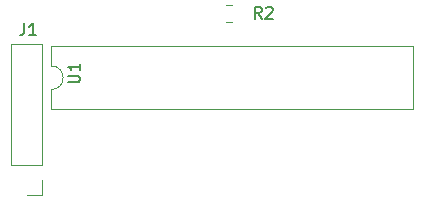
<source format=gto>
G04 #@! TF.GenerationSoftware,KiCad,Pcbnew,5.0.2+dfsg1-1*
G04 #@! TF.CreationDate,2019-11-26T12:37:51+03:00*
G04 #@! TF.ProjectId,disp,64697370-2e6b-4696-9361-645f70636258,rev?*
G04 #@! TF.SameCoordinates,Original*
G04 #@! TF.FileFunction,Legend,Top*
G04 #@! TF.FilePolarity,Positive*
%FSLAX46Y46*%
G04 Gerber Fmt 4.6, Leading zero omitted, Abs format (unit mm)*
G04 Created by KiCad (PCBNEW 5.0.2+dfsg1-1) date Вт 26 ноя 2019 12:37:51*
%MOMM*%
%LPD*%
G01*
G04 APERTURE LIST*
%ADD10C,0.120000*%
%ADD11C,0.150000*%
G04 APERTURE END LIST*
D10*
G04 #@! TO.C,J1*
X126806000Y-70806000D02*
X124146000Y-70806000D01*
X126806000Y-81026000D02*
X126806000Y-70806000D01*
X124146000Y-81026000D02*
X124146000Y-70806000D01*
X126806000Y-81026000D02*
X124146000Y-81026000D01*
X126806000Y-82296000D02*
X126806000Y-83626000D01*
X126806000Y-83626000D02*
X125476000Y-83626000D01*
G04 #@! TO.C,R2*
X142368748Y-67489000D02*
X142891252Y-67489000D01*
X142368748Y-68909000D02*
X142891252Y-68909000D01*
G04 #@! TO.C,U1*
X127575000Y-72660000D02*
G75*
G02X127575000Y-74660000I0J-1000000D01*
G01*
X127575000Y-74660000D02*
X127575000Y-76310000D01*
X127575000Y-76310000D02*
X158175000Y-76310000D01*
X158175000Y-76310000D02*
X158175000Y-71010000D01*
X158175000Y-71010000D02*
X127575000Y-71010000D01*
X127575000Y-71010000D02*
X127575000Y-72660000D01*
G04 #@! TO.C,J1*
D11*
X125269666Y-69048380D02*
X125269666Y-69762666D01*
X125222047Y-69905523D01*
X125126809Y-70000761D01*
X124983952Y-70048380D01*
X124888714Y-70048380D01*
X126269666Y-70048380D02*
X125698238Y-70048380D01*
X125983952Y-70048380D02*
X125983952Y-69048380D01*
X125888714Y-69191238D01*
X125793476Y-69286476D01*
X125698238Y-69334095D01*
G04 #@! TO.C,R2*
X145375333Y-68651380D02*
X145042000Y-68175190D01*
X144803904Y-68651380D02*
X144803904Y-67651380D01*
X145184857Y-67651380D01*
X145280095Y-67699000D01*
X145327714Y-67746619D01*
X145375333Y-67841857D01*
X145375333Y-67984714D01*
X145327714Y-68079952D01*
X145280095Y-68127571D01*
X145184857Y-68175190D01*
X144803904Y-68175190D01*
X145756285Y-67746619D02*
X145803904Y-67699000D01*
X145899142Y-67651380D01*
X146137238Y-67651380D01*
X146232476Y-67699000D01*
X146280095Y-67746619D01*
X146327714Y-67841857D01*
X146327714Y-67937095D01*
X146280095Y-68079952D01*
X145708666Y-68651380D01*
X146327714Y-68651380D01*
G04 #@! TO.C,U1*
X128992380Y-74040904D02*
X129801904Y-74040904D01*
X129897142Y-73993285D01*
X129944761Y-73945666D01*
X129992380Y-73850428D01*
X129992380Y-73659952D01*
X129944761Y-73564714D01*
X129897142Y-73517095D01*
X129801904Y-73469476D01*
X128992380Y-73469476D01*
X129992380Y-72469476D02*
X129992380Y-73040904D01*
X129992380Y-72755190D02*
X128992380Y-72755190D01*
X129135238Y-72850428D01*
X129230476Y-72945666D01*
X129278095Y-73040904D01*
G04 #@! TD*
M02*

</source>
